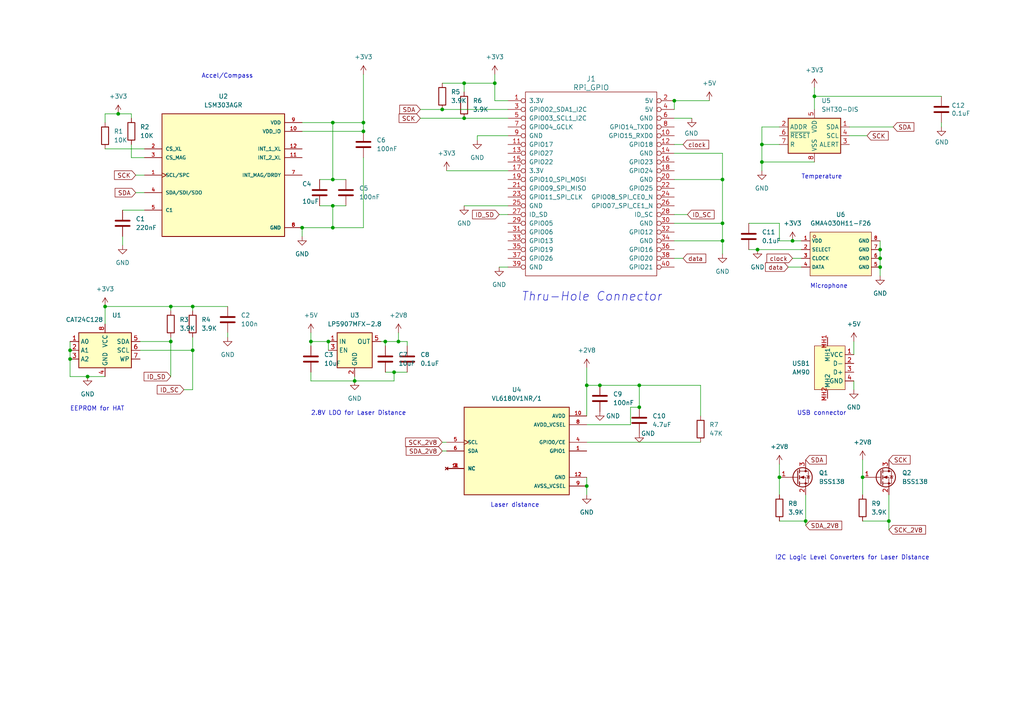
<source format=kicad_sch>
(kicad_sch (version 20211123) (generator eeschema)
  (paper "A4")
  (lib_symbols
    (symbol "Connector-ML:RPi_GPIO" (pin_names (offset 1.016))
      (property "Reference" "J1" (at 19.05 6.35 0))
      (property "Value" "RPi_GPIO" (at 19.05 3.81 0))
      (symbol "RPi_GPIO_0_1"
        (rectangle (start 0 2.54) (end 38.1 -50.8))
      )
      (symbol "RPi_GPIO_1_1"
        (pin power_in inverted (at -5.08 0 0) (length 5.08) (name "3.3V") (number "1"))
        (pin bidirectional inverted (at 43.18 -10.16 180) (length 5.08) (name "GPIO15_RXD0") (number "10"))
        (pin bidirectional inverted (at -5.08 -12.7 0) (length 5.08) (name "GPIO17") (number "11"))
        (pin bidirectional inverted (at 43.18 -12.7 180) (length 5.08) (name "GPIO18") (number "12"))
        (pin bidirectional inverted (at -5.08 -15.24 0) (length 5.08) (name "GPIO27") (number "13"))
        (pin power_in inverted (at 43.18 -15.24 180) (length 5.08) (name "GND") (number "14"))
        (pin bidirectional inverted (at -5.08 -17.78 0) (length 5.08) (name "GPIO22") (number "15"))
        (pin bidirectional inverted (at 43.18 -17.78 180) (length 5.08) (name "GPIO23") (number "16"))
        (pin power_in inverted (at -5.08 -20.32 0) (length 5.08) (name "3.3V") (number "17"))
        (pin bidirectional inverted (at 43.18 -20.32 180) (length 5.08) (name "GPIO24") (number "18"))
        (pin bidirectional inverted (at -5.08 -22.86 0) (length 5.08) (name "GPIO10_SPI_MOSI") (number "19"))
        (pin power_in inverted (at 43.18 0 180) (length 5.08) (name "5V") (number "2"))
        (pin power_in inverted (at 43.18 -22.86 180) (length 5.08) (name "GND") (number "20"))
        (pin bidirectional inverted (at -5.08 -25.4 0) (length 5.08) (name "GPIO09_SPI_MISO") (number "21"))
        (pin bidirectional inverted (at 43.18 -25.4 180) (length 5.08) (name "GPIO25") (number "22"))
        (pin bidirectional inverted (at -5.08 -27.94 0) (length 5.08) (name "GPIO11_SPI_CLK") (number "23"))
        (pin bidirectional inverted (at 43.18 -27.94 180) (length 5.08) (name "GPIO08_SPI_CE0_N") (number "24"))
        (pin power_in inverted (at -5.08 -30.48 0) (length 5.08) (name "GND") (number "25"))
        (pin bidirectional inverted (at 43.18 -30.48 180) (length 5.08) (name "GPIO07_SPI_CE1_N") (number "26"))
        (pin bidirectional inverted (at -5.08 -33.02 0) (length 5.08) (name "ID_SD") (number "27"))
        (pin bidirectional inverted (at 43.18 -33.02 180) (length 5.08) (name "ID_SC") (number "28"))
        (pin bidirectional inverted (at -5.08 -35.56 0) (length 5.08) (name "GPIO05") (number "29"))
        (pin bidirectional inverted (at -5.08 -2.54 0) (length 5.08) (name "GPIO02_SDA1_I2C") (number "3"))
        (pin power_in inverted (at 43.18 -35.56 180) (length 5.08) (name "GND") (number "30"))
        (pin bidirectional inverted (at -5.08 -38.1 0) (length 5.08) (name "GPIO06") (number "31"))
        (pin bidirectional inverted (at 43.18 -38.1 180) (length 5.08) (name "GPIO12") (number "32"))
        (pin bidirectional inverted (at -5.08 -40.64 0) (length 5.08) (name "GPIO13") (number "33"))
        (pin power_in inverted (at 43.18 -40.64 180) (length 5.08) (name "GND") (number "34"))
        (pin bidirectional inverted (at -5.08 -43.18 0) (length 5.08) (name "GPIO19") (number "35"))
        (pin bidirectional inverted (at 43.18 -43.18 180) (length 5.08) (name "GPIO16") (number "36"))
        (pin bidirectional inverted (at -5.08 -45.72 0) (length 5.08) (name "GPIO26") (number "37"))
        (pin bidirectional inverted (at 43.18 -45.72 180) (length 5.08) (name "GPIO20") (number "38"))
        (pin power_in inverted (at -5.08 -48.26 0) (length 5.08) (name "GND") (number "39"))
        (pin power_in inverted (at 43.18 -2.54 180) (length 5.08) (name "5V") (number "4"))
        (pin bidirectional inverted (at 43.18 -48.26 180) (length 5.08) (name "GPIO21") (number "40"))
        (pin bidirectional inverted (at -5.08 -5.08 0) (length 5.08) (name "GPIO03_SCL1_I2C") (number "5"))
        (pin power_in inverted (at 43.18 -5.08 180) (length 5.08) (name "GND") (number "6"))
        (pin bidirectional inverted (at -5.08 -7.62 0) (length 5.08) (name "GPIO04_GCLK") (number "7"))
        (pin bidirectional inverted (at 43.18 -7.62 180) (length 5.08) (name "GPIO14_TXD0") (number "8"))
        (pin power_in inverted (at -5.08 -10.16 0) (length 5.08) (name "GND") (number "9"))
      )
    )
    (symbol "Device:C" (pin_numbers hide) (pin_names (offset 0.254))
      (property "Reference" "C" (at 0.635 2.54 0))
      (property "Value" "C" (at 0.635 -2.54 0))
      (symbol "C_0_1"
        (polyline (pts (xy -2.032 -0.762) (xy 2.032 -0.762)) (stroke (width 0.508)))
        (polyline (pts (xy -2.032 0.762) (xy 2.032 0.762)) (stroke (width 0.508)))
      )
      (symbol "C_1_1"
        (pin passive line (at 0 3.81 270) (length 2.794) (name "~") (number "1"))
        (pin passive line (at 0 -3.81 90) (length 2.794) (name "~") (number "2"))
      )
    )
    (symbol "Device:R" (pin_numbers hide) (pin_names (offset 0))
      (property "Reference" "R" (at 2.032 0 90))
      (property "Value" "R" (at 0 0 90))
      (symbol "R_0_1"
        (rectangle (start -1.016 -2.54) (end 1.016 2.54) (stroke (width 0.254)))
      )
      (symbol "R_1_1"
        (pin passive line (at 0 3.81 270) (length 1.27) (name "~") (number "1"))
        (pin passive line (at 0 -3.81 90) (length 1.27) (name "~") (number "2"))
      )
    )
    (symbol "Memory_EEPROM:CAT24C128"
      (property "Reference" "U" (at -6.35 6.35 0))
      (property "Value" "CAT24C128" (at 1.27 6.35 0))
      (symbol "CAT24C128_1_1"
        (rectangle (start -7.62 5.08) (end 7.62 -5.08) (stroke (width 0.254)) (fill (type background)))
        (pin input line (at -10.16 2.54 0) (length 2.54) (name "A0") (number "1"))
        (pin input line (at -10.16 0 0) (length 2.54) (name "A1") (number "2"))
        (pin input line (at -10.16 -2.54 0) (length 2.54) (name "A2") (number "3"))
        (pin power_in line (at 0 -7.62 90) (length 2.54) (name "GND") (number "4"))
        (pin bidirectional line (at 10.16 2.54 180) (length 2.54) (name "SDA") (number "5"))
        (pin input line (at 10.16 0 180) (length 2.54) (name "SCL") (number "6"))
        (pin input line (at 10.16 -2.54 180) (length 2.54) (name "WP") (number "7"))
        (pin power_in line (at 0 7.62 270) (length 2.54) (name "VCC") (number "8"))
      )
    )
    (symbol "Regulator_Linear:LP5907MFX-2.8"
      (property "Reference" "U" (at -3.81 6.35 0))
      (property "Value" "LP5907MFX-2.8" (at 6.35 6.35 0))
      (symbol "LP5907MFX-2.8_0_1"
        (rectangle (start -5.08 -5.08) (end 5.08 5.08) (stroke (width 0.254)) (fill (type background)))
        (pin power_in line (at -7.62 2.54 0) (length 2.54) (name "IN") (number "1"))
        (pin power_in line (at 0 -7.62 90) (length 2.54) (name "GND") (number "2"))
        (pin input line (at -7.62 0 0) (length 2.54) (name "EN") (number "3"))
        (pin no_connect line (at 5.08 0 180) (length 2.54) hide (name "NC") (number "4"))
        (pin power_out line (at 7.62 2.54 180) (length 2.54) (name "OUT") (number "5"))
      )
    )
    (symbol "Sensor_Humidity:SHT30-DIS"
      (property "Reference" "U" (at -6.35 6.35 0))
      (property "Value" "SHT30-DIS" (at 6.35 6.35 0))
      (symbol "SHT30-DIS_0_1"
        (rectangle (start -7.62 5.08) (end 7.62 -5.08) (stroke (width 0.254)) (fill (type background)))
      )
      (symbol "SHT30-DIS_1_1"
        (pin bidirectional line (at 10.16 2.54 180) (length 2.54) (name "SDA") (number "1"))
        (pin input line (at -10.16 2.54 0) (length 2.54) (name "ADDR") (number "2"))
        (pin output line (at 10.16 -2.54 180) (length 2.54) (name "ALERT") (number "3"))
        (pin input line (at 10.16 0 180) (length 2.54) (name "SCL") (number "4"))
        (pin power_in line (at 0 7.62 270) (length 2.54) (name "VDD") (number "5"))
        (pin input line (at -10.16 0 0) (length 2.54) (name "~{RESET}") (number "6"))
        (pin passive line (at -10.16 -2.54 0) (length 2.54) (name "R") (number "7"))
        (pin power_in line (at 0 -7.62 90) (length 2.54) (name "VSS") (number "8"))
        (pin passive line (at 0 -7.62 90) (length 2.54) hide (name "VSS") (number "9"))
      )
    )
    (symbol "Transistor_FET:BSS138" (pin_names hide)
      (property "Reference" "Q" (at 5.08 1.905 0))
      (property "Value" "BSS138" (at 5.08 0 0))
      (symbol "BSS138_0_1"
        (polyline (pts (xy 0.254 0) (xy -2.54 0)))
        (polyline (pts (xy 0.254 1.905) (xy 0.254 -1.905)) (stroke (width 0.254)))
        (polyline (pts (xy 0.762 -1.27) (xy 0.762 -2.286)) (stroke (width 0.254)))
        (polyline (pts (xy 0.762 0.508) (xy 0.762 -0.508)) (stroke (width 0.254)))
        (polyline (pts (xy 0.762 2.286) (xy 0.762 1.27)) (stroke (width 0.254)))
        (polyline (pts (xy 2.54 2.54) (xy 2.54 1.778)))
        (polyline (pts (xy 2.54 -2.54) (xy 2.54 0) (xy 0.762 0)))
        (polyline (pts (xy 0.762 -1.778) (xy 3.302 -1.778) (xy 3.302 1.778) (xy 0.762 1.778)))
        (polyline (pts (xy 1.016 0) (xy 2.032 0.381) (xy 2.032 -0.381) (xy 1.016 0)) (fill (type outline)))
        (polyline (pts (xy 2.794 0.508) (xy 2.921 0.381) (xy 3.683 0.381) (xy 3.81 0.254)))
        (polyline (pts (xy 3.302 0.381) (xy 2.921 -0.254) (xy 3.683 -0.254) (xy 3.302 0.381)))
        (circle (center 1.651 0) (radius 2.794) (stroke (width 0.254)))
        (circle (center 2.54 -1.778) (radius 0.254) (fill (type outline)))
        (circle (center 2.54 1.778) (radius 0.254) (fill (type outline)))
      )
      (symbol "BSS138_1_1"
        (pin input line (at -5.08 0 0) (length 2.54) (name "G") (number "1"))
        (pin passive line (at 2.54 -5.08 90) (length 2.54) (name "S") (number "2"))
        (pin passive line (at 2.54 5.08 270) (length 2.54) (name "D") (number "3"))
      )
    )
    (symbol "mag:LSM303AGR" (pin_names (offset 1.016))
      (property "Reference" "U" (at -17.78 19.05 0))
      (property "Value" "LSM303AGR" (at -17.78 -19.05 0))
      (symbol "LSM303AGR_0_0"
        (rectangle (start -17.78 -17.78) (end 17.78 17.78) (stroke (width 0.254)) (fill (type background)))
        (pin input clock (at -22.86 0 0) (length 5.08) (name "SCL/SPC") (number "1"))
        (pin power_in line (at 22.86 12.7 180) (length 5.08) (name "VDD_IO") (number "10"))
        (pin output line (at 22.86 5.08 180) (length 5.08) (name "INT_2_XL") (number "11"))
        (pin output line (at 22.86 7.62 180) (length 5.08) (name "INT_1_XL") (number "12"))
        (pin input line (at -22.86 7.62 0) (length 5.08) (name "CS_XL") (number "2"))
        (pin input line (at -22.86 5.08 0) (length 5.08) (name "CS_MAG") (number "3"))
        (pin bidirectional line (at -22.86 -5.08 0) (length 5.08) (name "SDA/SDI/SDO") (number "4"))
        (pin passive line (at -22.86 -10.16 0) (length 5.08) (name "C1") (number "5"))
        (pin power_in line (at 22.86 -15.24 180) (length 5.08) (name "GND") (number "6"))
        (pin output line (at 22.86 0 180) (length 5.08) (name "INT_MAG/DRDY") (number "7"))
        (pin power_in line (at 22.86 -15.24 180) (length 5.08) (name "GND") (number "8"))
        (pin power_in line (at 22.86 15.24 180) (length 5.08) (name "VDD") (number "9"))
      )
    )
    (symbol "mic:GMA4030H11-F26"
      (property "Reference" "U" (at 0 12.7 0))
      (property "Value" "GMA4030H11-F26" (at 0 10.16 0))
      (symbol "GMA4030H11-F26_0_0"
        (rectangle (start -8.89 6.35) (end 8.89 -6.35) (fill (type background)))
        (circle (center -7.62 5.08) (radius 0.381) (fill (type background)))
        (pin unspecified line (at -11.43 3.81 0) (length 2.54) (name "VDD") (number "1"))
        (pin unspecified line (at -11.43 1.27 0) (length 2.54) (name "SELECT") (number "2"))
        (pin unspecified line (at -11.43 -1.27 0) (length 2.54) (name "CLOCK") (number "3"))
        (pin unspecified line (at -11.43 -3.81 0) (length 2.54) (name "DATA") (number "4"))
        (pin unspecified line (at 11.43 -3.81 180) (length 2.54) (name "GND") (number "5"))
        (pin unspecified line (at 11.43 -1.27 180) (length 2.54) (name "GND") (number "6"))
        (pin unspecified line (at 11.43 1.27 180) (length 2.54) (name "GND") (number "7"))
        (pin unspecified line (at 11.43 3.81 180) (length 2.54) (name "GND") (number "8"))
      )
    )
    (symbol "power:+2V8" (power) (pin_names (offset 0))
      (property "Value" "+2V8" (at 0 3.556 0))
      (symbol "+2V8_0_1"
        (polyline (pts (xy -0.762 1.27) (xy 0 2.54)))
        (polyline (pts (xy 0 0) (xy 0 2.54)))
        (polyline (pts (xy 0 2.54) (xy 0.762 1.27)))
      )
      (symbol "+2V8_1_1"
        (pin power_in line (at 0 0 90) (length 0) hide (name "+2V8") (number "1"))
      )
    )
    (symbol "power:+3.3V" (power) (pin_names (offset 0))
      (property "Value" "+3.3V" (at 0 3.556 0))
      (symbol "+3.3V_0_1"
        (polyline (pts (xy -0.762 1.27) (xy 0 2.54)))
        (polyline (pts (xy 0 0) (xy 0 2.54)))
        (polyline (pts (xy 0 2.54) (xy 0.762 1.27)))
      )
      (symbol "+3.3V_1_1"
        (pin power_in line (at 0 0 90) (length 0) hide (name "+3V3") (number "1"))
      )
    )
    (symbol "power:+3V3" (power) (pin_names (offset 0))
      (property "Value" "+3V3" (at 0 3.556 0))
      (symbol "+3V3_0_1"
        (polyline (pts (xy -0.762 1.27) (xy 0 2.54)))
        (polyline (pts (xy 0 0) (xy 0 2.54)))
        (polyline (pts (xy 0 2.54) (xy 0.762 1.27)))
      )
      (symbol "+3V3_1_1"
        (pin power_in line (at 0 0 90) (length 0) hide (name "+3V3") (number "1"))
      )
    )
    (symbol "power:+5V" (power) (pin_names (offset 0))
      (property "Value" "+5V" (at 0 3.556 0))
      (symbol "+5V_0_1"
        (polyline (pts (xy -0.762 1.27) (xy 0 2.54)))
        (polyline (pts (xy 0 0) (xy 0 2.54)))
        (polyline (pts (xy 0 2.54) (xy 0.762 1.27)))
      )
      (symbol "+5V_1_1"
        (pin power_in line (at 0 0 90) (length 0) hide (name "+5V") (number "1"))
      )
    )
    (symbol "power:GND" (power) (pin_names (offset 0))
      (property "Value" "GND" (at 0 -3.81 0))
      (symbol "GND_0_1"
        (polyline (pts (xy 0 0) (xy 0 -1.27) (xy 1.27 -1.27) (xy 0 -2.54) (xy -1.27 -1.27) (xy 0 -1.27)))
      )
      (symbol "GND_1_1"
        (pin power_in line (at 0 0 270) (length 0) hide (name "GND") (number "1"))
      )
    )
    (symbol "tof:VL6180V1NR{slash}1" (pin_names (offset 1.016))
      (property "Reference" "U" (at -15.2654 15.24 0))
      (property "Value" "VL6180V1NR{slash}1" (at -15.24 -17.78 0))
      (symbol "VL6180V1NR{slash}1_0_0"
        (rectangle (start -15.24 -12.7) (end 15.24 12.7) (stroke (width 0.254)) (fill (type background)))
        (pin bidirectional line (at 20.32 0 180) (length 5.08) (name "GPIO1") (number "1"))
        (pin power_in line (at 20.32 10.16 180) (length 5.08) (name "AVDD") (number "10"))
        (pin no_connect line (at -20.32 -5.08 0) (length 5.08) (name "NC") (number "11"))
        (pin power_in line (at 20.32 -7.62 180) (length 5.08) (name "GND") (number "12"))
        (pin no_connect line (at -20.32 -5.08 0) (length 5.08) (name "NC") (number "2"))
        (pin no_connect line (at -20.32 -5.08 0) (length 5.08) (name "NC") (number "3"))
        (pin bidirectional line (at 20.32 2.54 180) (length 5.08) (name "GPIO0/CE") (number "4"))
        (pin input clock (at -20.32 2.54 0) (length 5.08) (name "SCL") (number "5"))
        (pin bidirectional line (at -20.32 0 0) (length 5.08) (name "SDA") (number "6"))
        (pin no_connect line (at -20.32 -5.08 0) (length 5.08) (name "NC") (number "7"))
        (pin power_in line (at 20.32 7.62 180) (length 5.08) (name "AVDD_VCSEL") (number "8"))
        (pin power_in line (at 20.32 -10.16 180) (length 5.08) (name "AVSS_VCSEL") (number "9"))
      )
    )
    (symbol "usb:AM90"
      (property "Reference" "USB?" (at 0 15.24 0))
      (property "Value" "AM90" (at 0 -12.7 0))
      (symbol "AM90_0_1"
        (rectangle (start -3.81 7.62) (end 5.08 -5.08) (fill (type background)))
        (pin input line (at 7.62 5.08 180) (length 2.54) (name "VCC") (number "1"))
        (pin input line (at 7.62 2.54 180) (length 2.54) (name "D-") (number "2"))
        (pin input line (at 7.62 0 180) (length 2.54) (name "D+") (number "3"))
        (pin input line (at 7.62 -2.54 180) (length 2.54) (name "GND") (number "4"))
        (pin unspecified line (at 0 10.16 270) (length 2.54) (name "MH1") (number "MH1"))
        (pin unspecified line (at 0 -7.62 90) (length 2.54) (name "MH2") (number "MH2"))
      )
    )
  )
  (junction (at 25.4 109.22))
  (junction (at 134.62 24.13))
  (junction (at 115.57 99.06))
  (junction (at 255.27 72.39))
  (junction (at 20.32 101.6))
  (junction (at 170.18 111.76))
  (junction (at 255.27 77.47))
  (junction (at 96.52 35.56))
  (junction (at 96.52 66.04))
  (junction (at 55.88 101.6))
  (junction (at 30.48 88.9))
  (junction (at 255.27 74.93))
  (junction (at 95.25 99.06))
  (junction (at 134.62 34.29))
  (junction (at 226.06 138.43))
  (junction (at 111.76 99.06))
  (junction (at 219.71 72.39))
  (junction (at 20.32 104.14))
  (junction (at 173.99 111.76))
  (junction (at 90.17 99.06))
  (junction (at 229.87 69.85))
  (junction (at 170.18 140.97))
  (junction (at 49.53 99.06))
  (junction (at 102.87 110.49))
  (junction (at 114.3 107.95))
  (junction (at 185.42 118.11))
  (junction (at 143.51 24.13))
  (junction (at 250.19 138.43))
  (junction (at 128.27 31.75))
  (junction (at 87.63 66.04))
  (junction (at 209.55 64.77))
  (junction (at 209.55 69.85))
  (junction (at 96.52 59.69))
  (junction (at 55.88 88.9))
  (junction (at 195.58 29.21))
  (junction (at 105.41 35.56))
  (junction (at 220.98 46.99))
  (junction (at 96.52 52.07))
  (junction (at 220.98 41.91))
  (junction (at 257.81 151.13))
  (junction (at 49.53 88.9))
  (junction (at 236.22 27.94))
  (junction (at 185.42 111.76))
  (junction (at 233.68 151.13))
  (junction (at 105.41 38.1))
  (junction (at 209.55 52.07))
  (junction (at 34.29 33.02))
  (wire (pts (xy 195.58 62.23) (xy 199.39 62.23)))
  (wire (pts (xy 220.98 36.83) (xy 226.06 36.83)))
  (wire (pts (xy 246.38 36.83) (xy 259.08 36.83)))
  (wire (pts (xy 92.71 59.69) (xy 96.52 59.69)))
  (wire (pts (xy 209.55 52.07) (xy 209.55 64.77)))
  (wire (pts (xy 49.53 88.9) (xy 49.53 90.17)))
  (wire (pts (xy 114.3 110.49) (xy 102.87 110.49)))
  (wire (pts (xy 49.53 88.9) (xy 55.88 88.9)))
  (wire (pts (xy 95.25 99.06) (xy 95.25 101.6)))
  (wire (pts (xy 49.53 109.22) (xy 49.53 99.06)))
  (wire (pts (xy 220.98 49.53) (xy 220.98 46.99)))
  (wire (pts (xy 170.18 123.19) (xy 182.88 123.19)))
  (wire (pts (xy 111.76 107.95) (xy 114.3 107.95)))
  (wire (pts (xy 55.88 101.6) (xy 55.88 113.03)))
  (wire (pts (xy 226.06 134.62) (xy 226.06 138.43)))
  (wire (pts (xy 226.06 151.13) (xy 233.68 151.13)))
  (wire (pts (xy 96.52 66.04) (xy 105.41 66.04)))
  (wire (pts (xy 195.58 34.29) (xy 200.66 34.29)))
  (wire (pts (xy 257.81 143.51) (xy 257.81 151.13)))
  (wire (pts (xy 20.32 109.22) (xy 20.32 104.14)))
  (wire (pts (xy 170.18 128.27) (xy 203.2 128.27)))
  (wire (pts (xy 90.17 110.49) (xy 102.87 110.49)))
  (wire (pts (xy 144.78 77.47) (xy 147.32 77.47)))
  (wire (pts (xy 30.48 88.9) (xy 30.48 93.98)))
  (wire (pts (xy 209.55 64.77) (xy 209.55 69.85)))
  (wire (pts (xy 95.25 99.06) (xy 90.17 99.06)))
  (wire (pts (xy 134.62 24.13) (xy 143.51 24.13)))
  (wire (pts (xy 66.04 96.52) (xy 66.04 97.79)))
  (wire (pts (xy 111.76 99.06) (xy 115.57 99.06)))
  (wire (pts (xy 209.55 69.85) (xy 209.55 73.66)))
  (wire (pts (xy 38.1 33.02) (xy 38.1 34.29)))
  (wire (pts (xy 49.53 99.06) (xy 49.53 97.79)))
  (wire (pts (xy 110.49 99.06) (xy 111.76 99.06)))
  (wire (pts (xy 247.65 99.06) (xy 247.65 102.87)))
  (wire (pts (xy 220.98 41.91) (xy 220.98 36.83)))
  (wire (pts (xy 105.41 35.56) (xy 105.41 38.1)))
  (wire (pts (xy 96.52 59.69) (xy 96.52 66.04)))
  (wire (pts (xy 233.68 143.51) (xy 233.68 151.13)))
  (wire (pts (xy 96.52 35.56) (xy 105.41 35.56)))
  (wire (pts (xy 114.3 107.95) (xy 118.11 107.95)))
  (wire (pts (xy 246.38 39.37) (xy 251.46 39.37)))
  (wire (pts (xy 209.55 44.45) (xy 209.55 52.07)))
  (wire (pts (xy 128.27 31.75) (xy 147.32 31.75)))
  (wire (pts (xy 250.19 151.13) (xy 257.81 151.13)))
  (wire (pts (xy 195.58 44.45) (xy 209.55 44.45)))
  (wire (pts (xy 195.58 64.77) (xy 209.55 64.77)))
  (wire (pts (xy 273.05 36.83) (xy 273.05 35.56)))
  (wire (pts (xy 220.98 46.99) (xy 220.98 41.91)))
  (wire (pts (xy 143.51 29.21) (xy 143.51 24.13)))
  (wire (pts (xy 185.42 111.76) (xy 203.2 111.76)))
  (wire (pts (xy 255.27 72.39) (xy 255.27 74.93)))
  (wire (pts (xy 105.41 66.04) (xy 105.41 45.72)))
  (wire (pts (xy 236.22 25.4) (xy 236.22 27.94)))
  (wire (pts (xy 102.87 109.22) (xy 102.87 110.49)))
  (wire (pts (xy 38.1 41.91) (xy 38.1 45.72)))
  (wire (pts (xy 40.64 101.6) (xy 55.88 101.6)))
  (wire (pts (xy 115.57 96.52) (xy 115.57 99.06)))
  (wire (pts (xy 20.32 101.6) (xy 20.32 104.14)))
  (wire (pts (xy 217.17 72.39) (xy 219.71 72.39)))
  (wire (pts (xy 250.19 138.43) (xy 250.19 143.51)))
  (wire (pts (xy 195.58 29.21) (xy 195.58 31.75)))
  (wire (pts (xy 229.87 69.85) (xy 232.41 69.85)))
  (wire (pts (xy 195.58 52.07) (xy 209.55 52.07)))
  (wire (pts (xy 226.06 64.77) (xy 217.17 64.77)))
  (wire (pts (xy 129.54 49.53) (xy 147.32 49.53)))
  (wire (pts (xy 220.98 41.91) (xy 226.06 41.91)))
  (wire (pts (xy 96.52 35.56) (xy 87.63 35.56)))
  (wire (pts (xy 182.88 123.19) (xy 182.88 118.11)))
  (wire (pts (xy 114.3 107.95) (xy 114.3 110.49)))
  (wire (pts (xy 203.2 111.76) (xy 203.2 120.65)))
  (wire (pts (xy 257.81 151.13) (xy 257.81 153.67)))
  (wire (pts (xy 90.17 107.95) (xy 90.17 110.49)))
  (wire (pts (xy 255.27 74.93) (xy 255.27 77.47)))
  (wire (pts (xy 30.48 43.18) (xy 41.91 43.18)))
  (wire (pts (xy 55.88 113.03) (xy 53.34 113.03)))
  (wire (pts (xy 255.27 69.85) (xy 255.27 72.39)))
  (wire (pts (xy 170.18 138.43) (xy 170.18 140.97)))
  (wire (pts (xy 255.27 77.47) (xy 255.27 80.01)))
  (wire (pts (xy 35.56 60.96) (xy 41.91 60.96)))
  (wire (pts (xy 90.17 99.06) (xy 90.17 100.33)))
  (wire (pts (xy 39.37 55.88) (xy 41.91 55.88)))
  (wire (pts (xy 144.78 62.23) (xy 147.32 62.23)))
  (wire (pts (xy 105.41 21.59) (xy 105.41 35.56)))
  (wire (pts (xy 38.1 45.72) (xy 41.91 45.72)))
  (wire (pts (xy 115.57 99.06) (xy 118.11 99.06)))
  (wire (pts (xy 185.42 118.11) (xy 185.42 111.76)))
  (wire (pts (xy 229.87 69.85) (xy 226.06 69.85)))
  (wire (pts (xy 220.98 46.99) (xy 236.22 46.99)))
  (wire (pts (xy 55.88 88.9) (xy 55.88 90.17)))
  (wire (pts (xy 30.48 33.02) (xy 34.29 33.02)))
  (wire (pts (xy 121.92 31.75) (xy 128.27 31.75)))
  (wire (pts (xy 87.63 66.04) (xy 87.63 68.58)))
  (wire (pts (xy 30.48 109.22) (xy 25.4 109.22)))
  (wire (pts (xy 30.48 88.9) (xy 49.53 88.9)))
  (wire (pts (xy 96.52 52.07) (xy 96.52 35.56)))
  (wire (pts (xy 170.18 111.76) (xy 170.18 120.65)))
  (wire (pts (xy 170.18 111.76) (xy 173.99 111.76)))
  (wire (pts (xy 87.63 38.1) (xy 105.41 38.1)))
  (wire (pts (xy 39.37 50.8) (xy 41.91 50.8)))
  (wire (pts (xy 195.58 41.91) (xy 198.12 41.91)))
  (wire (pts (xy 195.58 29.21) (xy 205.74 29.21)))
  (wire (pts (xy 219.71 72.39) (xy 232.41 72.39)))
  (wire (pts (xy 128.27 130.81) (xy 129.54 130.81)))
  (wire (pts (xy 118.11 99.06) (xy 118.11 100.33)))
  (wire (pts (xy 147.32 39.37) (xy 138.43 39.37)))
  (wire (pts (xy 111.76 99.06) (xy 111.76 100.33)))
  (wire (pts (xy 226.06 138.43) (xy 226.06 143.51)))
  (wire (pts (xy 226.06 69.85) (xy 226.06 64.77)))
  (wire (pts (xy 96.52 59.69) (xy 100.33 59.69)))
  (wire (pts (xy 143.51 24.13) (xy 143.51 21.59)))
  (wire (pts (xy 25.4 109.22) (xy 20.32 109.22)))
  (wire (pts (xy 250.19 133.35) (xy 250.19 138.43)))
  (wire (pts (xy 228.6 77.47) (xy 232.41 77.47)))
  (wire (pts (xy 87.63 66.04) (xy 96.52 66.04)))
  (wire (pts (xy 236.22 27.94) (xy 273.05 27.94)))
  (wire (pts (xy 170.18 106.68) (xy 170.18 111.76)))
  (wire (pts (xy 170.18 140.97) (xy 170.18 143.51)))
  (wire (pts (xy 195.58 69.85) (xy 209.55 69.85)))
  (wire (pts (xy 143.51 29.21) (xy 147.32 29.21)))
  (wire (pts (xy 55.88 101.6) (xy 55.88 97.79)))
  (wire (pts (xy 134.62 26.67) (xy 134.62 24.13)))
  (wire (pts (xy 55.88 88.9) (xy 66.04 88.9)))
  (wire (pts (xy 34.29 33.02) (xy 38.1 33.02)))
  (wire (pts (xy 30.48 35.56) (xy 30.48 33.02)))
  (wire (pts (xy 134.62 24.13) (xy 128.27 24.13)))
  (wire (pts (xy 134.62 59.69) (xy 147.32 59.69)))
  (wire (pts (xy 195.58 74.93) (xy 198.12 74.93)))
  (wire (pts (xy 90.17 96.52) (xy 90.17 99.06)))
  (wire (pts (xy 236.22 27.94) (xy 236.22 31.75)))
  (wire (pts (xy 121.92 34.29) (xy 134.62 34.29)))
  (wire (pts (xy 92.71 52.07) (xy 96.52 52.07)))
  (wire (pts (xy 40.64 99.06) (xy 49.53 99.06)))
  (wire (pts (xy 247.65 110.49) (xy 247.65 113.03)))
  (wire (pts (xy 182.88 118.11) (xy 185.42 118.11)))
  (wire (pts (xy 96.52 52.07) (xy 100.33 52.07)))
  (wire (pts (xy 173.99 111.76) (xy 185.42 111.76)))
  (wire (pts (xy 128.27 128.27) (xy 129.54 128.27)))
  (wire (pts (xy 134.62 34.29) (xy 147.32 34.29)))
  (wire (pts (xy 229.87 74.93) (xy 232.41 74.93)))
  (wire (pts (xy 35.56 68.58) (xy 35.56 71.12)))
  (wire (pts (xy 233.68 151.13) (xy 233.68 152.4)))
  (wire (pts (xy 138.43 39.37) (xy 138.43 40.64)))
  (wire (pts (xy 20.32 99.06) (xy 20.32 101.6)))
  (text "EEPROM for HAT" (at 20.32 119.38 0) (effects (font (size 1.27 1.27)) (justify left bottom)))
  (text "I2C Logic Level Converters for Laser Distance" (at 224.79 162.56 0) (effects (font (size 1.27 1.27)) (justify left bottom)))
  (text "Microphone" (at 234.95 83.82 0) (effects (font (size 1.27 1.27)) (justify left bottom)))
  (text "Laser distance" (at 142.24 147.32 0) (effects (font (size 1.27 1.27)) (justify left bottom)))
  (text "Accel/Compass" (at 58.42 22.86 0) (effects (font (size 1.27 1.27)) (justify left bottom)))
  (text "Temperature" (at 232.41 52.07 0) (effects (font (size 1.27 1.27)) (justify left bottom)))
  (text "2.8V LDO for Laser Distance" (at 90.17 120.65 0) (effects (font (size 1.27 1.27)) (justify left bottom)))
  (text "USB connector" (at 231.14 120.65 0) (effects (font (size 1.27 1.27)) (justify left bottom)))
  (text "Thru-Hole Connector" (at 151.13 87.63 0) (effects (font (size 2.54 2.54) italic) (justify left bottom)))
  (global_label "data" (shape input) (at 198.12 74.93 0) (property "Intersheet References" "${INTERSHEET_REFS}" (effects hide)))
  (global_label "ID_SD" (shape input) (at 49.53 109.22 180) (property "Intersheet References" "${INTERSHEET_REFS}" (effects hide)))
  (global_label "SDA" (shape input) (at 259.08 36.83 0) (property "Intersheet References" "${INTERSHEET_REFS}" (effects hide)))
  (global_label "ID_SD" (shape input) (at 144.78 62.23 180) (property "Intersheet References" "${INTERSHEET_REFS}" (effects hide)))
  (global_label "SDA" (shape input) (at 233.68 133.35 0) (property "Intersheet References" "${INTERSHEET_REFS}" (effects hide)))
  (global_label "SCK" (shape input) (at 39.37 50.8 180) (property "Intersheet References" "${INTERSHEET_REFS}" (effects hide)))
  (global_label "SCK_2V8" (shape input) (at 128.27 128.27 180) (property "Intersheet References" "${INTERSHEET_REFS}" (effects hide)))
  (global_label "SDA_2V8" (shape input) (at 233.68 152.4 0) (property "Intersheet References" "${INTERSHEET_REFS}" (effects hide)))
  (global_label "SCK_2V8" (shape input) (at 257.81 153.67 0) (property "Intersheet References" "${INTERSHEET_REFS}" (effects hide)))
  (global_label "ID_SC" (shape input) (at 199.39 62.23 0) (property "Intersheet References" "${INTERSHEET_REFS}" (effects hide)))
  (global_label "SCK" (shape input) (at 257.81 133.35 0) (property "Intersheet References" "${INTERSHEET_REFS}" (effects hide)))
  (global_label "SCK" (shape input) (at 251.46 39.37 0) (property "Intersheet References" "${INTERSHEET_REFS}" (effects hide)))
  (global_label "SDA" (shape input) (at 121.92 31.75 180) (property "Intersheet References" "${INTERSHEET_REFS}" (effects hide)))
  (global_label "data" (shape input) (at 228.6 77.47 180) (property "Intersheet References" "${INTERSHEET_REFS}" (effects hide)))
  (global_label "SDA" (shape input) (at 39.37 55.88 180) (property "Intersheet References" "${INTERSHEET_REFS}" (effects hide)))
  (global_label "SDA_2V8" (shape input) (at 128.27 130.81 180) (property "Intersheet References" "${INTERSHEET_REFS}" (effects hide)))
  (global_label "clock" (shape input) (at 229.87 74.93 180) (property "Intersheet References" "${INTERSHEET_REFS}" (effects hide)))
  (global_label "ID_SC" (shape input) (at 53.34 113.03 180) (property "Intersheet References" "${INTERSHEET_REFS}" (effects hide)))
  (global_label "clock" (shape input) (at 198.12 41.91 0) (property "Intersheet References" "${INTERSHEET_REFS}" (effects hide)))
  (global_label "SCK" (shape input) (at 121.92 34.29 180) (property "Intersheet References" "${INTERSHEET_REFS}" (effects hide)))
  (symbol (lib_id "Connector-ML:RPi_GPIO") (at 152.4 29.21 0) (unit 1)
    (property "Reference" "J1" (at 171.45 22.86 0) (effects (font (size 1.524 1.524))))
    (property "Value" "RPi_GPIO" (at 171.45 25.4 0) (effects (font (size 1.524 1.524))))
    (property "Footprint" "Connector_PinSocket_2.54mm:PinSocket_2x20_P2.54mm_Vertical" (effects hide))
  )
  (symbol (lib_id "Device:R") (at 250.19 147.32 0) (unit 1)
    (property "Reference" "R9" (at 252.73 146.0499 0) (effects (justify left)))
    (property "Value" "3.9K" (at 252.73 148.5899 0) (effects (justify left)))
    (property "Footprint" "Resistor_SMD:R_0603_1608Metric" (effects hide))
  )
  (symbol (lib_id "power:GND") (at 255.27 80.01 0) (unit 1)
    (property "Reference" "#PWR031" (effects hide))
    (property "Value" "GND" (at 255.27 85.09 0))
  )
  (symbol (lib_id "Transistor_FET:BSS138") (at 255.27 138.43 0) (unit 1)
    (property "Reference" "Q2" (at 261.62 137.1599 0) (effects (justify left)))
    (property "Value" "BSS138" (at 261.62 139.6999 0) (effects (justify left)))
    (property "Footprint" "Package_TO_SOT_SMD:SOT-23" (effects hide))
    (property "Datasheet" "https://www.onsemi.com/pub/Collateral/BSS138-D.PDF" (effects hide))
  )
  (symbol (lib_id "power:+2V8") (at 250.19 133.35 0) (unit 1)
    (property "Reference" "#PWR030" (effects hide))
    (property "Value" "+2V8" (at 250.19 128.27 0))
  )
  (symbol (lib_id "usb:AM90") (at 240.03 107.95 0) (unit 1)
    (property "Reference" "USB1" (at 234.95 105.4099 0) (effects (justify right)))
    (property "Value" "AM90" (at 234.95 107.9499 0) (effects (justify right)))
    (property "Footprint" "mic:USB-AM-TH_AM90" (effects hide))
    (property "Manufacturer" "SHOU HAN(首韩)" (effects hide))
    (property "LCSC Part" "C404965" (effects hide))
    (property "JLC Part" "Extended Part" (effects hide))
  )
  (symbol (lib_id "Device:R") (at 128.27 27.94 0) (unit 1)
    (property "Reference" "R5" (at 130.81 26.6699 0) (effects (justify left)))
    (property "Value" "3.9K" (at 130.81 29.2099 0) (effects (justify left)))
    (property "Footprint" "Resistor_SMD:R_0603_1608Metric" (effects hide))
  )
  (symbol (lib_id "Sensor_Humidity:SHT30-DIS") (at 236.22 39.37 0) (unit 1)
    (property "Reference" "U5" (at 238.2394 29.21 0) (effects (justify left)))
    (property "Value" "SHT30-DIS" (at 238.2394 31.75 0) (effects (justify left)))
    (property "Footprint" "Sensor_Humidity:Sensirion_DFN-8-1EP_2.5x2.5mm_P0.5mm_EP1.1x1.7mm" (effects hide))
    (property "Datasheet" "https://www.sensirion.com/fileadmin/user_upload/customers/sensirion/Dokumente/2_Humidity_Sensors/Datasheets/Sensirion_Humidity_Sensors_SHT3x_Datasheet_digital.pdf" (effects hide))
  )
  (symbol (lib_id "power:+3.3V") (at 229.87 69.85 0) (unit 1)
    (property "Reference" "#PWR026" (effects hide))
    (property "Value" "+3.3V" (at 229.87 64.77 0))
  )
  (symbol (lib_id "power:GND") (at 134.62 59.69 0) (unit 1)
    (property "Reference" "#PWR012" (effects hide))
    (property "Value" "GND" (at 134.62 64.77 0))
  )
  (symbol (lib_id "power:+2V8") (at 115.57 96.52 0) (unit 1)
    (property "Reference" "#PWR010" (effects hide))
    (property "Value" "+2V8" (at 115.57 91.44 0))
  )
  (symbol (lib_id "power:+3.3V") (at 236.22 25.4 0) (unit 1)
    (property "Reference" "#PWR027" (effects hide))
    (property "Value" "+3.3V" (at 236.22 20.32 0))
  )
  (symbol (lib_id "power:GND") (at 66.04 97.79 0) (unit 1)
    (property "Reference" "#PWR05" (effects hide))
    (property "Value" "GND" (at 66.04 102.87 0))
  )
  (symbol (lib_id "Device:R") (at 55.88 93.98 0) (unit 1)
    (property "Reference" "R4" (at 58.42 92.7099 0) (effects (justify left)))
    (property "Value" "3.9K" (at 58.42 95.2499 0) (effects (justify left)))
    (property "Footprint" "Resistor_SMD:R_0603_1608Metric" (effects hide))
  )
  (symbol (lib_id "power:GND") (at 138.43 40.64 0) (unit 1)
    (property "Reference" "#PWR013" (effects hide))
    (property "Value" "GND" (at 138.43 45.72 0))
  )
  (symbol (lib_id "power:+5V") (at 90.17 96.52 0) (unit 1)
    (property "Reference" "#PWR07" (effects hide))
    (property "Value" "+5V" (at 90.17 91.44 0))
  )
  (symbol (lib_id "Device:C") (at 66.04 92.71 0) (unit 1)
    (property "Reference" "C2" (at 69.85 91.4399 0) (effects (justify left)))
    (property "Value" "100n" (at 69.85 93.9799 0) (effects (justify left)))
    (property "Footprint" "Capacitor_SMD:C_0603_1608Metric" (effects hide))
  )
  (symbol (lib_id "Device:C") (at 92.71 55.88 0) (unit 1)
    (property "Reference" "C4" (at 87.63 53.34 0) (effects (justify left)))
    (property "Value" "10uF" (at 87.63 58.42 0) (effects (justify left)))
    (property "Footprint" "Capacitor_SMD:C_0603_1608Metric" (effects hide))
  )
  (symbol (lib_id "Device:C") (at 173.99 115.57 0) (unit 1)
    (property "Reference" "C9" (at 177.8 114.2999 0) (effects (justify left)))
    (property "Value" "100nF" (at 177.8 116.8399 0) (effects (justify left)))
    (property "Footprint" "Capacitor_SMD:C_0603_1608Metric" (effects hide))
  )
  (symbol (lib_id "power:+3.3V") (at 30.48 88.9 0) (unit 1)
    (property "Reference" "#PWR02" (effects hide))
    (property "Value" "+3.3V" (at 30.48 83.82 0))
  )
  (symbol (lib_id "power:GND") (at 220.98 49.53 0) (unit 1)
    (property "Reference" "#PWR024" (effects hide))
    (property "Value" "GND" (at 220.98 54.61 0))
  )
  (symbol (lib_id "power:GND") (at 247.65 113.03 0) (unit 1)
    (property "Reference" "#PWR029" (effects hide))
    (property "Value" "GND" (at 247.65 118.11 0))
  )
  (symbol (lib_id "power:+3V3") (at 129.54 49.53 0) (unit 1)
    (property "Reference" "#PWR0101" (effects hide))
    (property "Value" "+3V3" (at 129.54 44.45 0))
  )
  (symbol (lib_id "power:GND") (at 185.42 125.73 0) (unit 1)
    (property "Reference" "#PWR019" (effects hide))
    (property "Value" "GND" (at 187.96 125.73 0))
  )
  (symbol (lib_id "mag:LSM303AGR") (at 64.77 50.8 0) (unit 1)
    (property "Reference" "U2" (at 64.77 27.94 0))
    (property "Value" "LSM303AGR" (at 64.77 30.48 0))
    (property "Footprint" "mic:PQFN50P200X200X100-12N" (effects hide))
    (property "STANDARD" "IPC 7351B" (effects hide))
    (property "PARTREV" "10" (effects hide))
    (property "MANUFACTURER" "STMicroelectronics" (effects hide))
    (property "MAXIMUM_PACKAGE_HEIGHT" "1.0mm" (effects hide))
  )
  (symbol (lib_id "mic:GMA4030H11-F26") (at 243.84 73.66 0) (unit 1)
    (property "Reference" "U6" (at 243.84 62.23 0))
    (property "Value" "GMA4030H11-F26" (at 243.84 64.77 0))
    (property "Footprint" "mic:GMA4030H11-F26" (effects hide))
    (property "Datasheet" "https://atta.szlcsc.com/upload/public/pdf/source/20200507/C498193_601A241680C737E3284FC323631F83F4.pdf" (effects hide))
    (property "LCSC #" "C498193" (effects hide))
  )
  (symbol (lib_id "power:+5V") (at 247.65 99.06 0) (unit 1)
    (property "Reference" "#PWR028" (effects hide))
    (property "Value" "+5V" (at 247.65 93.98 0))
  )
  (symbol (lib_id "power:+5V") (at 205.74 29.21 0) (unit 1)
    (property "Reference" "#PWR021" (effects hide))
    (property "Value" "+5V" (at 205.74 24.13 0))
  )
  (symbol (lib_id "Device:C") (at 185.42 121.92 0) (unit 1)
    (property "Reference" "C10" (at 189.23 120.6499 0) (effects (justify left)))
    (property "Value" "4.7uF" (at 189.23 123.1899 0) (effects (justify left)))
    (property "Footprint" "Capacitor_SMD:C_0603_1608Metric" (effects hide))
  )
  (symbol (lib_id "power:GND") (at 35.56 71.12 0) (unit 1)
    (property "Reference" "#PWR04" (effects hide))
    (property "Value" "GND" (at 35.56 76.2 0))
  )
  (symbol (lib_id "Device:R") (at 38.1 38.1 0) (unit 1)
    (property "Reference" "R2" (at 40.64 36.8299 0) (effects (justify left)))
    (property "Value" "10K" (at 40.64 39.3699 0) (effects (justify left)))
    (property "Footprint" "Resistor_SMD:R_0603_1608Metric" (effects hide))
  )
  (symbol (lib_id "Device:C") (at 118.11 104.14 0) (unit 1)
    (property "Reference" "C8" (at 121.92 102.8699 0) (effects (justify left)))
    (property "Value" "0.1uF" (at 121.92 105.4099 0) (effects (justify left)))
    (property "Footprint" "Capacitor_SMD:C_0603_1608Metric" (effects hide))
  )
  (symbol (lib_id "power:GND") (at 102.87 110.49 0) (unit 1)
    (property "Reference" "#PWR08" (effects hide))
    (property "Value" "GND" (at 102.87 115.57 0))
  )
  (symbol (lib_id "power:GND") (at 170.18 143.51 0) (unit 1)
    (property "Reference" "#PWR017" (effects hide))
    (property "Value" "GND" (at 170.18 148.59 0))
  )
  (symbol (lib_id "Device:R") (at 134.62 30.48 0) (unit 1)
    (property "Reference" "R6" (at 137.16 29.2099 0) (effects (justify left)))
    (property "Value" "3.9K" (at 137.16 31.7499 0) (effects (justify left)))
    (property "Footprint" "Resistor_SMD:R_0603_1608Metric" (effects hide))
  )
  (symbol (lib_id "Device:C") (at 100.33 55.88 0) (unit 1)
    (property "Reference" "C5" (at 104.14 54.6099 0) (effects (justify left)))
    (property "Value" "100nF" (at 104.14 57.1499 0) (effects (justify left)))
    (property "Footprint" "Capacitor_SMD:C_0603_1608Metric" (effects hide))
  )
  (symbol (lib_id "power:GND") (at 25.4 109.22 0) (unit 1)
    (property "Reference" "#PWR01" (effects hide))
    (property "Value" "GND" (at 25.4 114.3 0))
  )
  (symbol (lib_id "power:GND") (at 200.66 34.29 0) (mirror y) (unit 1)
    (property "Reference" "#PWR020" (effects hide))
    (property "Value" "GND" (at 200.533 38.6842 0))
  )
  (symbol (lib_id "Device:C") (at 111.76 104.14 0) (unit 1)
    (property "Reference" "C7" (at 115.57 102.8699 0) (effects (justify left)))
    (property "Value" "10uF" (at 115.57 105.4099 0) (effects (justify left)))
    (property "Footprint" "Capacitor_SMD:C_0603_1608Metric" (effects hide))
  )
  (symbol (lib_id "power:+3.3V") (at 34.29 33.02 0) (unit 1)
    (property "Reference" "#PWR03" (effects hide))
    (property "Value" "+3.3V" (at 34.29 27.94 0))
  )
  (symbol (lib_id "power:GND") (at 273.05 36.83 0) (unit 1)
    (property "Reference" "#PWR032" (effects hide))
    (property "Value" "GND" (at 273.177 41.2242 0))
  )
  (symbol (lib_id "power:+3.3V") (at 143.51 21.59 0) (unit 1)
    (property "Reference" "#PWR014" (effects hide))
    (property "Value" "+3.3V" (at 143.51 16.51 0))
  )
  (symbol (lib_id "Device:R") (at 49.53 93.98 0) (unit 1)
    (property "Reference" "R3" (at 52.07 92.7099 0) (effects (justify left)))
    (property "Value" "3.9K" (at 52.07 95.2499 0) (effects (justify left)))
    (property "Footprint" "Resistor_SMD:R_0603_1608Metric" (effects hide))
  )
  (symbol (lib_id "Device:C") (at 273.05 31.75 0) (unit 1)
    (property "Reference" "C12" (at 275.971 30.5816 0) (effects (justify left)))
    (property "Value" "0.1uF" (at 275.971 32.893 0) (effects (justify left)))
    (property "Footprint" "Capacitor_SMD:C_0603_1608Metric" (effects hide))
    (property "Voltage" "10V" (effects hide))
    (property "Tolerance" "10%" (effects hide))
  )
  (symbol (lib_id "power:+2V8") (at 170.18 106.68 0) (unit 1)
    (property "Reference" "#PWR016" (effects hide))
    (property "Value" "+2V8" (at 170.18 101.6 0))
  )
  (symbol (lib_id "power:+2V8") (at 226.06 134.62 0) (unit 1)
    (property "Reference" "#PWR025" (effects hide))
    (property "Value" "+2V8" (at 226.06 129.54 0))
  )
  (symbol (lib_id "power:GND") (at 209.55 73.66 0) (unit 1)
    (property "Reference" "#PWR022" (effects hide))
    (property "Value" "GND" (at 209.55 78.74 0))
  )
  (symbol (lib_id "Device:C") (at 105.41 41.91 0) (unit 1)
    (property "Reference" "C6" (at 109.22 40.6399 0) (effects (justify left)))
    (property "Value" "100nF" (at 109.22 43.1799 0) (effects (justify left)))
    (property "Footprint" "Capacitor_SMD:C_0603_1608Metric" (effects hide))
  )
  (symbol (lib_id "Transistor_FET:BSS138") (at 231.14 138.43 0) (unit 1)
    (property "Reference" "Q1" (at 237.49 137.1599 0) (effects (justify left)))
    (property "Value" "BSS138" (at 237.49 139.6999 0) (effects (justify left)))
    (property "Footprint" "Package_TO_SOT_SMD:SOT-23" (effects hide))
    (property "Datasheet" "https://www.onsemi.com/pub/Collateral/BSS138-D.PDF" (effects hide))
  )
  (symbol (lib_id "Device:C") (at 217.17 68.58 0) (unit 1)
    (property "Reference" "C11" (at 220.98 67.3099 0) (effects (justify left)))
    (property "Value" "0.1uF" (at 220.98 69.8499 0) (effects (justify left)))
    (property "Footprint" "Capacitor_SMD:C_0603_1608Metric" (effects hide))
  )
  (symbol (lib_id "Device:C") (at 35.56 64.77 0) (unit 1)
    (property "Reference" "C1" (at 39.37 63.4999 0) (effects (justify left)))
    (property "Value" "220nF" (at 39.37 66.0399 0) (effects (justify left)))
    (property "Footprint" "Capacitor_SMD:C_0603_1608Metric" (effects hide))
  )
  (symbol (lib_id "tof:VL6180V1NR{slash}1") (at 149.86 130.81 0) (unit 1)
    (property "Reference" "U4" (at 149.86 113.03 0))
    (property "Value" "VL6180V1NR/1" (at 149.86 115.57 0))
    (property "Footprint" "mic:XDCR_VL6180V1NR_1" (effects hide))
    (property "STANDARD" "Manufacturer Recommendations" (effects hide))
    (property "MAXIMUM_PACKAGE_HEIGHT" "1.1 mm" (effects hide))
    (property "MANUFACTURER" "STMicroelectronics" (effects hide))
    (property "PARTREV" "A" (effects hide))
  )
  (symbol (lib_id "power:GND") (at 173.99 119.38 0) (unit 1)
    (property "Reference" "#PWR018" (effects hide))
    (property "Value" "GND" (at 177.8 120.65 0))
  )
  (symbol (lib_id "Device:R") (at 203.2 124.46 0) (unit 1)
    (property "Reference" "R7" (at 205.74 123.1899 0) (effects (justify left)))
    (property "Value" "47K" (at 205.74 125.7299 0) (effects (justify left)))
    (property "Footprint" "Resistor_SMD:R_0603_1608Metric" (effects hide))
  )
  (symbol (lib_id "power:+3.3V") (at 105.41 21.59 0) (unit 1)
    (property "Reference" "#PWR09" (effects hide))
    (property "Value" "+3.3V" (at 105.41 16.51 0))
  )
  (symbol (lib_id "Memory_EEPROM:CAT24C128") (at 30.48 101.6 0) (unit 1)
    (property "Reference" "U1" (at 32.4994 91.44 0) (effects (justify left)))
    (property "Value" "CAT24C128" (at 19.05 92.71 0) (effects (justify left)))
    (property "Footprint" "Package_SO:SOIC-8_3.9x4.9mm_P1.27mm" (effects hide))
    (property "Datasheet" "https://www.onsemi.com/pub/Collateral/CAT24C128-D.PDF" (effects hide))
  )
  (symbol (lib_id "Device:R") (at 226.06 147.32 0) (unit 1)
    (property "Reference" "R8" (at 228.6 146.0499 0) (effects (justify left)))
    (property "Value" "3.9K" (at 228.6 148.5899 0) (effects (justify left)))
    (property "Footprint" "Resistor_SMD:R_0603_1608Metric" (effects hide))
  )
  (symbol (lib_id "power:GND") (at 87.63 68.58 0) (unit 1)
    (property "Reference" "#PWR06" (effects hide))
    (property "Value" "GND" (at 87.63 73.66 0))
  )
  (symbol (lib_id "Regulator_Linear:LP5907MFX-2.8") (at 102.87 101.6 0) (unit 1)
    (property "Reference" "U3" (at 102.87 91.44 0))
    (property "Value" "LP5907MFX-2.8" (at 102.87 93.98 0))
    (property "Footprint" "Package_TO_SOT_SMD:SOT-23-5" (effects hide))
    (property "Datasheet" "http://www.ti.com/lit/ds/symlink/lp5907.pdf" (effects hide))
  )
  (symbol (lib_id "power:GND") (at 219.71 72.39 0) (unit 1)
    (property "Reference" "#PWR023" (effects hide))
    (property "Value" "GND" (at 219.71 77.47 0))
  )
  (symbol (lib_id "Device:C") (at 90.17 104.14 0) (unit 1)
    (property "Reference" "C3" (at 93.98 102.8699 0) (effects (justify left)))
    (property "Value" "10uF" (at 93.98 105.4099 0) (effects (justify left)))
    (property "Footprint" "Capacitor_SMD:C_0603_1608Metric" (effects hide))
  )
  (symbol (lib_id "power:GND") (at 144.78 77.47 0) (unit 1)
    (property "Reference" "#PWR015" (effects hide))
    (property "Value" "GND" (at 144.78 82.55 0))
  )
  (symbol (lib_id "Device:R") (at 30.48 39.37 0) (unit 1)
    (property "Reference" "R1" (at 33.02 38.0999 0) (effects (justify left)))
    (property "Value" "10K" (at 33.02 40.6399 0) (effects (justify left)))
    (property "Footprint" "Resistor_SMD:R_0603_1608Metric" (effects hide))
  )
)
</source>
